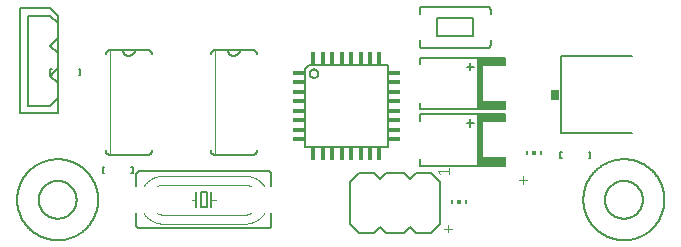
<source format=gto>
G04 EAGLE Gerber RS-274X export*
G75*
%MOMM*%
%FSLAX34Y34*%
%LPD*%
%INTop Silkscreen*%
%IPPOS*%
%AMOC8*
5,1,8,0,0,1.08239X$1,22.5*%
G01*
%ADD10C,0.203200*%
%ADD11C,0.177800*%
%ADD12R,0.476300X4.365600*%
%ADD13R,2.063800X0.793700*%
%ADD14R,2.063800X0.793600*%
%ADD15C,0.200000*%
%ADD16C,0.152400*%
%ADD17R,0.990600X0.457200*%
%ADD18R,0.457200X0.990600*%
%ADD19R,0.762000X0.863600*%
%ADD20C,0.050800*%
%ADD21C,0.127000*%
%ADD22C,0.076200*%
%ADD23R,0.150000X0.300000*%
%ADD24R,0.300000X0.300000*%


D10*
X342005Y111400D02*
X413745Y111400D01*
X413745Y155300D02*
X342005Y155300D01*
X413745Y117200D02*
X413745Y111400D01*
X342005Y111400D02*
X342005Y117200D01*
X413745Y149500D02*
X413745Y155300D01*
X342005Y155300D02*
X342005Y149500D01*
D11*
X381175Y147637D02*
X387525Y147637D01*
D10*
X384350Y150812D02*
X384350Y144462D01*
D12*
X392907Y132953D03*
D13*
X404019Y151607D03*
D14*
X404019Y115093D03*
D10*
X413745Y63775D02*
X342005Y63775D01*
X342005Y107675D02*
X413745Y107675D01*
X413745Y69575D02*
X413745Y63775D01*
X342005Y63775D02*
X342005Y69575D01*
X413745Y101875D02*
X413745Y107675D01*
X342005Y107675D02*
X342005Y101875D01*
D11*
X381175Y100012D02*
X387525Y100012D01*
D10*
X384350Y103187D02*
X384350Y96837D01*
D12*
X392907Y85328D03*
D13*
X404019Y103982D03*
D14*
X404019Y67468D03*
D15*
X314450Y79250D02*
X314450Y149350D01*
X314450Y79250D02*
X244350Y79250D01*
X244350Y145800D01*
X247900Y149350D02*
X314450Y149350D01*
X247900Y149350D02*
X244350Y145800D01*
D16*
X248376Y141732D02*
X248378Y141851D01*
X248384Y141971D01*
X248394Y142090D01*
X248408Y142208D01*
X248426Y142326D01*
X248447Y142444D01*
X248473Y142560D01*
X248502Y142676D01*
X248536Y142791D01*
X248573Y142904D01*
X248614Y143016D01*
X248658Y143127D01*
X248706Y143237D01*
X248758Y143344D01*
X248813Y143450D01*
X248872Y143554D01*
X248935Y143656D01*
X249000Y143755D01*
X249069Y143853D01*
X249141Y143948D01*
X249216Y144041D01*
X249295Y144131D01*
X249376Y144219D01*
X249460Y144303D01*
X249547Y144385D01*
X249636Y144464D01*
X249728Y144540D01*
X249823Y144613D01*
X249920Y144683D01*
X250019Y144749D01*
X250121Y144812D01*
X250224Y144872D01*
X250329Y144928D01*
X250436Y144981D01*
X250545Y145030D01*
X250656Y145076D01*
X250768Y145117D01*
X250881Y145155D01*
X250995Y145190D01*
X251111Y145220D01*
X251227Y145247D01*
X251344Y145269D01*
X251462Y145288D01*
X251581Y145303D01*
X251700Y145314D01*
X251819Y145321D01*
X251938Y145324D01*
X252058Y145323D01*
X252177Y145318D01*
X252296Y145309D01*
X252415Y145296D01*
X252533Y145279D01*
X252650Y145259D01*
X252767Y145234D01*
X252883Y145205D01*
X252998Y145173D01*
X253112Y145137D01*
X253225Y145097D01*
X253336Y145053D01*
X253445Y145006D01*
X253553Y144955D01*
X253660Y144901D01*
X253764Y144843D01*
X253866Y144781D01*
X253967Y144717D01*
X254065Y144648D01*
X254161Y144577D01*
X254254Y144503D01*
X254345Y144425D01*
X254433Y144345D01*
X254518Y144261D01*
X254601Y144175D01*
X254681Y144086D01*
X254758Y143995D01*
X254831Y143901D01*
X254902Y143804D01*
X254969Y143706D01*
X255033Y143605D01*
X255094Y143502D01*
X255151Y143397D01*
X255204Y143291D01*
X255254Y143182D01*
X255301Y143072D01*
X255343Y142961D01*
X255382Y142848D01*
X255418Y142734D01*
X255449Y142618D01*
X255476Y142502D01*
X255500Y142385D01*
X255520Y142267D01*
X255536Y142149D01*
X255548Y142030D01*
X255556Y141911D01*
X255560Y141792D01*
X255560Y141672D01*
X255556Y141553D01*
X255548Y141434D01*
X255536Y141315D01*
X255520Y141197D01*
X255500Y141079D01*
X255476Y140962D01*
X255449Y140846D01*
X255418Y140730D01*
X255382Y140616D01*
X255343Y140503D01*
X255301Y140392D01*
X255254Y140282D01*
X255204Y140173D01*
X255151Y140067D01*
X255094Y139962D01*
X255033Y139859D01*
X254969Y139758D01*
X254902Y139660D01*
X254831Y139563D01*
X254758Y139469D01*
X254681Y139378D01*
X254601Y139289D01*
X254518Y139203D01*
X254433Y139119D01*
X254345Y139039D01*
X254254Y138961D01*
X254161Y138887D01*
X254065Y138816D01*
X253967Y138747D01*
X253866Y138683D01*
X253764Y138621D01*
X253660Y138563D01*
X253553Y138509D01*
X253445Y138458D01*
X253336Y138411D01*
X253225Y138367D01*
X253112Y138327D01*
X252998Y138291D01*
X252883Y138259D01*
X252767Y138230D01*
X252650Y138205D01*
X252533Y138185D01*
X252415Y138168D01*
X252296Y138155D01*
X252177Y138146D01*
X252058Y138141D01*
X251938Y138140D01*
X251819Y138143D01*
X251700Y138150D01*
X251581Y138161D01*
X251462Y138176D01*
X251344Y138195D01*
X251227Y138217D01*
X251111Y138244D01*
X250995Y138274D01*
X250881Y138309D01*
X250768Y138347D01*
X250656Y138388D01*
X250545Y138434D01*
X250436Y138483D01*
X250329Y138536D01*
X250224Y138592D01*
X250121Y138652D01*
X250019Y138715D01*
X249920Y138781D01*
X249823Y138851D01*
X249728Y138924D01*
X249636Y139000D01*
X249547Y139079D01*
X249460Y139161D01*
X249376Y139245D01*
X249295Y139333D01*
X249216Y139423D01*
X249141Y139516D01*
X249069Y139611D01*
X249000Y139709D01*
X248935Y139808D01*
X248872Y139910D01*
X248813Y140014D01*
X248758Y140120D01*
X248706Y140227D01*
X248658Y140337D01*
X248614Y140448D01*
X248573Y140560D01*
X248536Y140673D01*
X248502Y140788D01*
X248473Y140904D01*
X248447Y141020D01*
X248426Y141138D01*
X248408Y141256D01*
X248394Y141374D01*
X248384Y141493D01*
X248378Y141613D01*
X248376Y141732D01*
D17*
X238887Y142300D03*
X238887Y134300D03*
X238887Y126300D03*
X238887Y118300D03*
X238887Y110300D03*
X238887Y102300D03*
X238887Y94300D03*
X238887Y86300D03*
D18*
X251400Y73787D03*
X259400Y73787D03*
X267400Y73787D03*
X275400Y73787D03*
X283400Y73787D03*
X291400Y73787D03*
X299400Y73787D03*
X307400Y73787D03*
D17*
X319913Y86300D03*
X319913Y94300D03*
X319913Y102300D03*
X319913Y110300D03*
X319913Y118300D03*
X319913Y126300D03*
X319913Y134300D03*
X319913Y142300D03*
D18*
X307400Y154813D03*
X299400Y154813D03*
X291400Y154813D03*
X283400Y154813D03*
X275400Y154813D03*
X267400Y154813D03*
X259400Y154813D03*
X251400Y154813D03*
D10*
X461010Y91055D02*
X520954Y91059D01*
X461010Y91055D02*
X461010Y156595D01*
X520954Y156591D01*
D19*
X456184Y123825D03*
D16*
X79502Y73025D02*
X79380Y73027D01*
X79258Y73033D01*
X79136Y73043D01*
X79015Y73056D01*
X78894Y73074D01*
X78774Y73095D01*
X78654Y73121D01*
X78536Y73150D01*
X78418Y73182D01*
X78301Y73219D01*
X78186Y73259D01*
X78072Y73303D01*
X77960Y73351D01*
X77849Y73402D01*
X77740Y73457D01*
X77632Y73515D01*
X77527Y73577D01*
X77424Y73642D01*
X77322Y73710D01*
X77223Y73782D01*
X77127Y73856D01*
X77032Y73934D01*
X76941Y74015D01*
X76851Y74098D01*
X76765Y74184D01*
X76682Y74274D01*
X76601Y74365D01*
X76523Y74460D01*
X76449Y74556D01*
X76377Y74655D01*
X76309Y74757D01*
X76244Y74860D01*
X76182Y74965D01*
X76124Y75073D01*
X76069Y75182D01*
X76018Y75293D01*
X75970Y75405D01*
X75926Y75519D01*
X75886Y75634D01*
X75849Y75751D01*
X75817Y75869D01*
X75788Y75987D01*
X75762Y76107D01*
X75741Y76227D01*
X75723Y76348D01*
X75710Y76469D01*
X75700Y76591D01*
X75694Y76713D01*
X75692Y76835D01*
X114808Y158115D02*
X114806Y158237D01*
X114800Y158359D01*
X114790Y158481D01*
X114777Y158602D01*
X114759Y158723D01*
X114738Y158843D01*
X114712Y158963D01*
X114683Y159081D01*
X114651Y159199D01*
X114614Y159316D01*
X114574Y159431D01*
X114530Y159545D01*
X114482Y159657D01*
X114431Y159768D01*
X114376Y159877D01*
X114318Y159985D01*
X114256Y160090D01*
X114191Y160193D01*
X114123Y160295D01*
X114051Y160394D01*
X113977Y160490D01*
X113899Y160585D01*
X113818Y160676D01*
X113735Y160766D01*
X113649Y160852D01*
X113559Y160935D01*
X113468Y161016D01*
X113373Y161094D01*
X113277Y161168D01*
X113178Y161240D01*
X113076Y161308D01*
X112973Y161373D01*
X112868Y161435D01*
X112760Y161493D01*
X112651Y161548D01*
X112540Y161599D01*
X112428Y161647D01*
X112314Y161691D01*
X112199Y161731D01*
X112082Y161768D01*
X111964Y161800D01*
X111846Y161829D01*
X111726Y161855D01*
X111606Y161876D01*
X111485Y161894D01*
X111364Y161907D01*
X111242Y161917D01*
X111120Y161923D01*
X110998Y161925D01*
X114808Y76835D02*
X114806Y76713D01*
X114800Y76591D01*
X114790Y76469D01*
X114777Y76348D01*
X114759Y76227D01*
X114738Y76107D01*
X114712Y75987D01*
X114683Y75869D01*
X114651Y75751D01*
X114614Y75634D01*
X114574Y75519D01*
X114530Y75405D01*
X114482Y75293D01*
X114431Y75182D01*
X114376Y75073D01*
X114318Y74965D01*
X114256Y74860D01*
X114191Y74757D01*
X114123Y74655D01*
X114051Y74556D01*
X113977Y74460D01*
X113899Y74365D01*
X113818Y74274D01*
X113735Y74184D01*
X113649Y74098D01*
X113559Y74015D01*
X113468Y73934D01*
X113373Y73856D01*
X113277Y73782D01*
X113178Y73710D01*
X113076Y73642D01*
X112973Y73577D01*
X112868Y73515D01*
X112760Y73457D01*
X112651Y73402D01*
X112540Y73351D01*
X112428Y73303D01*
X112314Y73259D01*
X112199Y73219D01*
X112082Y73182D01*
X111964Y73150D01*
X111846Y73121D01*
X111726Y73095D01*
X111606Y73074D01*
X111485Y73056D01*
X111364Y73043D01*
X111242Y73033D01*
X111120Y73027D01*
X110998Y73025D01*
X75692Y158115D02*
X75694Y158237D01*
X75700Y158359D01*
X75710Y158481D01*
X75723Y158602D01*
X75741Y158723D01*
X75762Y158843D01*
X75788Y158963D01*
X75817Y159081D01*
X75849Y159199D01*
X75886Y159316D01*
X75926Y159431D01*
X75970Y159545D01*
X76018Y159657D01*
X76069Y159768D01*
X76124Y159877D01*
X76182Y159985D01*
X76244Y160090D01*
X76309Y160193D01*
X76377Y160295D01*
X76449Y160394D01*
X76523Y160490D01*
X76601Y160585D01*
X76682Y160676D01*
X76765Y160766D01*
X76851Y160852D01*
X76941Y160935D01*
X77032Y161016D01*
X77127Y161094D01*
X77223Y161168D01*
X77322Y161240D01*
X77424Y161308D01*
X77527Y161373D01*
X77632Y161435D01*
X77740Y161493D01*
X77849Y161548D01*
X77960Y161599D01*
X78072Y161647D01*
X78186Y161691D01*
X78301Y161731D01*
X78418Y161768D01*
X78536Y161800D01*
X78654Y161829D01*
X78774Y161855D01*
X78894Y161876D01*
X79015Y161894D01*
X79136Y161907D01*
X79258Y161917D01*
X79380Y161923D01*
X79502Y161925D01*
X79502Y73025D02*
X110998Y73025D01*
X110998Y161925D02*
X100330Y161925D01*
X90170Y161925D01*
X79502Y161925D01*
X90170Y161925D02*
X90172Y161784D01*
X90178Y161643D01*
X90188Y161502D01*
X90201Y161361D01*
X90219Y161221D01*
X90241Y161082D01*
X90266Y160943D01*
X90295Y160804D01*
X90328Y160667D01*
X90365Y160531D01*
X90406Y160396D01*
X90450Y160261D01*
X90498Y160129D01*
X90550Y159997D01*
X90605Y159867D01*
X90664Y159739D01*
X90727Y159612D01*
X90793Y159488D01*
X90862Y159365D01*
X90935Y159244D01*
X91011Y159125D01*
X91091Y159008D01*
X91174Y158894D01*
X91259Y158781D01*
X91348Y158672D01*
X91440Y158564D01*
X91535Y158460D01*
X91633Y158358D01*
X91734Y158259D01*
X91837Y158162D01*
X91943Y158069D01*
X92051Y157979D01*
X92162Y157891D01*
X92275Y157807D01*
X92391Y157726D01*
X92509Y157648D01*
X92629Y157573D01*
X92751Y157502D01*
X92875Y157434D01*
X93001Y157370D01*
X93128Y157309D01*
X93257Y157252D01*
X93388Y157199D01*
X93520Y157149D01*
X93653Y157102D01*
X93788Y157060D01*
X93924Y157021D01*
X94061Y156986D01*
X94198Y156955D01*
X94337Y156928D01*
X94476Y156904D01*
X94616Y156885D01*
X94756Y156869D01*
X94897Y156857D01*
X95038Y156849D01*
X95179Y156845D01*
X95321Y156845D01*
X95462Y156849D01*
X95603Y156857D01*
X95744Y156869D01*
X95884Y156885D01*
X96024Y156904D01*
X96163Y156928D01*
X96302Y156955D01*
X96439Y156986D01*
X96576Y157021D01*
X96712Y157060D01*
X96847Y157102D01*
X96980Y157149D01*
X97112Y157199D01*
X97243Y157252D01*
X97372Y157309D01*
X97499Y157370D01*
X97625Y157434D01*
X97749Y157502D01*
X97871Y157573D01*
X97991Y157648D01*
X98109Y157726D01*
X98225Y157807D01*
X98338Y157891D01*
X98449Y157979D01*
X98557Y158069D01*
X98663Y158162D01*
X98766Y158259D01*
X98867Y158358D01*
X98965Y158460D01*
X99060Y158564D01*
X99152Y158672D01*
X99241Y158781D01*
X99326Y158894D01*
X99409Y159008D01*
X99489Y159125D01*
X99565Y159244D01*
X99638Y159365D01*
X99707Y159488D01*
X99773Y159612D01*
X99836Y159739D01*
X99895Y159867D01*
X99950Y159997D01*
X100002Y160129D01*
X100050Y160261D01*
X100094Y160396D01*
X100135Y160531D01*
X100172Y160667D01*
X100205Y160804D01*
X100234Y160943D01*
X100259Y161082D01*
X100281Y161221D01*
X100299Y161361D01*
X100312Y161502D01*
X100322Y161643D01*
X100328Y161784D01*
X100330Y161925D01*
D20*
X79248Y161925D02*
X79248Y73025D01*
D16*
X164592Y76835D02*
X164594Y76713D01*
X164600Y76591D01*
X164610Y76469D01*
X164623Y76348D01*
X164641Y76227D01*
X164662Y76107D01*
X164688Y75987D01*
X164717Y75869D01*
X164749Y75751D01*
X164786Y75634D01*
X164826Y75519D01*
X164870Y75405D01*
X164918Y75293D01*
X164969Y75182D01*
X165024Y75073D01*
X165082Y74965D01*
X165144Y74860D01*
X165209Y74757D01*
X165277Y74655D01*
X165349Y74556D01*
X165423Y74460D01*
X165501Y74365D01*
X165582Y74274D01*
X165665Y74184D01*
X165751Y74098D01*
X165841Y74015D01*
X165932Y73934D01*
X166027Y73856D01*
X166123Y73782D01*
X166222Y73710D01*
X166324Y73642D01*
X166427Y73577D01*
X166532Y73515D01*
X166640Y73457D01*
X166749Y73402D01*
X166860Y73351D01*
X166972Y73303D01*
X167086Y73259D01*
X167201Y73219D01*
X167318Y73182D01*
X167436Y73150D01*
X167554Y73121D01*
X167674Y73095D01*
X167794Y73074D01*
X167915Y73056D01*
X168036Y73043D01*
X168158Y73033D01*
X168280Y73027D01*
X168402Y73025D01*
X203708Y158115D02*
X203706Y158237D01*
X203700Y158359D01*
X203690Y158481D01*
X203677Y158602D01*
X203659Y158723D01*
X203638Y158843D01*
X203612Y158963D01*
X203583Y159081D01*
X203551Y159199D01*
X203514Y159316D01*
X203474Y159431D01*
X203430Y159545D01*
X203382Y159657D01*
X203331Y159768D01*
X203276Y159877D01*
X203218Y159985D01*
X203156Y160090D01*
X203091Y160193D01*
X203023Y160295D01*
X202951Y160394D01*
X202877Y160490D01*
X202799Y160585D01*
X202718Y160676D01*
X202635Y160766D01*
X202549Y160852D01*
X202459Y160935D01*
X202368Y161016D01*
X202273Y161094D01*
X202177Y161168D01*
X202078Y161240D01*
X201976Y161308D01*
X201873Y161373D01*
X201768Y161435D01*
X201660Y161493D01*
X201551Y161548D01*
X201440Y161599D01*
X201328Y161647D01*
X201214Y161691D01*
X201099Y161731D01*
X200982Y161768D01*
X200864Y161800D01*
X200746Y161829D01*
X200626Y161855D01*
X200506Y161876D01*
X200385Y161894D01*
X200264Y161907D01*
X200142Y161917D01*
X200020Y161923D01*
X199898Y161925D01*
X203708Y76835D02*
X203706Y76713D01*
X203700Y76591D01*
X203690Y76469D01*
X203677Y76348D01*
X203659Y76227D01*
X203638Y76107D01*
X203612Y75987D01*
X203583Y75869D01*
X203551Y75751D01*
X203514Y75634D01*
X203474Y75519D01*
X203430Y75405D01*
X203382Y75293D01*
X203331Y75182D01*
X203276Y75073D01*
X203218Y74965D01*
X203156Y74860D01*
X203091Y74757D01*
X203023Y74655D01*
X202951Y74556D01*
X202877Y74460D01*
X202799Y74365D01*
X202718Y74274D01*
X202635Y74184D01*
X202549Y74098D01*
X202459Y74015D01*
X202368Y73934D01*
X202273Y73856D01*
X202177Y73782D01*
X202078Y73710D01*
X201976Y73642D01*
X201873Y73577D01*
X201768Y73515D01*
X201660Y73457D01*
X201551Y73402D01*
X201440Y73351D01*
X201328Y73303D01*
X201214Y73259D01*
X201099Y73219D01*
X200982Y73182D01*
X200864Y73150D01*
X200746Y73121D01*
X200626Y73095D01*
X200506Y73074D01*
X200385Y73056D01*
X200264Y73043D01*
X200142Y73033D01*
X200020Y73027D01*
X199898Y73025D01*
X164592Y158115D02*
X164594Y158237D01*
X164600Y158359D01*
X164610Y158481D01*
X164623Y158602D01*
X164641Y158723D01*
X164662Y158843D01*
X164688Y158963D01*
X164717Y159081D01*
X164749Y159199D01*
X164786Y159316D01*
X164826Y159431D01*
X164870Y159545D01*
X164918Y159657D01*
X164969Y159768D01*
X165024Y159877D01*
X165082Y159985D01*
X165144Y160090D01*
X165209Y160193D01*
X165277Y160295D01*
X165349Y160394D01*
X165423Y160490D01*
X165501Y160585D01*
X165582Y160676D01*
X165665Y160766D01*
X165751Y160852D01*
X165841Y160935D01*
X165932Y161016D01*
X166027Y161094D01*
X166123Y161168D01*
X166222Y161240D01*
X166324Y161308D01*
X166427Y161373D01*
X166532Y161435D01*
X166640Y161493D01*
X166749Y161548D01*
X166860Y161599D01*
X166972Y161647D01*
X167086Y161691D01*
X167201Y161731D01*
X167318Y161768D01*
X167436Y161800D01*
X167554Y161829D01*
X167674Y161855D01*
X167794Y161876D01*
X167915Y161894D01*
X168036Y161907D01*
X168158Y161917D01*
X168280Y161923D01*
X168402Y161925D01*
X168402Y73025D02*
X199898Y73025D01*
X199898Y161925D02*
X189230Y161925D01*
X179070Y161925D01*
X168402Y161925D01*
X179070Y161925D02*
X179072Y161784D01*
X179078Y161643D01*
X179088Y161502D01*
X179101Y161361D01*
X179119Y161221D01*
X179141Y161082D01*
X179166Y160943D01*
X179195Y160804D01*
X179228Y160667D01*
X179265Y160531D01*
X179306Y160396D01*
X179350Y160261D01*
X179398Y160129D01*
X179450Y159997D01*
X179505Y159867D01*
X179564Y159739D01*
X179627Y159612D01*
X179693Y159488D01*
X179762Y159365D01*
X179835Y159244D01*
X179911Y159125D01*
X179991Y159008D01*
X180074Y158894D01*
X180159Y158781D01*
X180248Y158672D01*
X180340Y158564D01*
X180435Y158460D01*
X180533Y158358D01*
X180634Y158259D01*
X180737Y158162D01*
X180843Y158069D01*
X180951Y157979D01*
X181062Y157891D01*
X181175Y157807D01*
X181291Y157726D01*
X181409Y157648D01*
X181529Y157573D01*
X181651Y157502D01*
X181775Y157434D01*
X181901Y157370D01*
X182028Y157309D01*
X182157Y157252D01*
X182288Y157199D01*
X182420Y157149D01*
X182553Y157102D01*
X182688Y157060D01*
X182824Y157021D01*
X182961Y156986D01*
X183098Y156955D01*
X183237Y156928D01*
X183376Y156904D01*
X183516Y156885D01*
X183656Y156869D01*
X183797Y156857D01*
X183938Y156849D01*
X184079Y156845D01*
X184221Y156845D01*
X184362Y156849D01*
X184503Y156857D01*
X184644Y156869D01*
X184784Y156885D01*
X184924Y156904D01*
X185063Y156928D01*
X185202Y156955D01*
X185339Y156986D01*
X185476Y157021D01*
X185612Y157060D01*
X185747Y157102D01*
X185880Y157149D01*
X186012Y157199D01*
X186143Y157252D01*
X186272Y157309D01*
X186399Y157370D01*
X186525Y157434D01*
X186649Y157502D01*
X186771Y157573D01*
X186891Y157648D01*
X187009Y157726D01*
X187125Y157807D01*
X187238Y157891D01*
X187349Y157979D01*
X187457Y158069D01*
X187563Y158162D01*
X187666Y158259D01*
X187767Y158358D01*
X187865Y158460D01*
X187960Y158564D01*
X188052Y158672D01*
X188141Y158781D01*
X188226Y158894D01*
X188309Y159008D01*
X188389Y159125D01*
X188465Y159244D01*
X188538Y159365D01*
X188607Y159488D01*
X188673Y159612D01*
X188736Y159739D01*
X188795Y159867D01*
X188850Y159997D01*
X188902Y160129D01*
X188950Y160261D01*
X188994Y160396D01*
X189035Y160531D01*
X189072Y160667D01*
X189105Y160804D01*
X189134Y160943D01*
X189159Y161082D01*
X189181Y161221D01*
X189199Y161361D01*
X189212Y161502D01*
X189222Y161643D01*
X189228Y161784D01*
X189230Y161925D01*
D20*
X168148Y161925D02*
X168148Y73025D01*
D21*
X351155Y57150D02*
X358775Y49530D01*
X358775Y13970D01*
X351155Y6350D01*
X338455Y6350D01*
X333375Y11430D01*
X328295Y6350D01*
X313055Y6350D01*
X307975Y11430D01*
X302895Y6350D01*
X290195Y6350D01*
X282575Y13970D01*
X282575Y49530D01*
X290195Y57150D01*
X302895Y57150D01*
X307975Y52070D01*
X313055Y57150D01*
X328295Y57150D01*
X333375Y52070D01*
X338455Y57150D01*
X351155Y57150D01*
D22*
X356616Y59238D02*
X358704Y56628D01*
X356616Y59238D02*
X366014Y59238D01*
X366014Y56628D02*
X366014Y61849D01*
D21*
X28575Y190500D02*
X9525Y190500D01*
X28575Y190500D02*
X34925Y184150D01*
X34925Y171450D01*
X28575Y165100D01*
X34925Y158750D01*
X34925Y146050D01*
X28575Y139700D01*
X34925Y133350D01*
X34925Y120650D01*
X28575Y114300D01*
X9525Y114300D01*
X9525Y190500D01*
X3175Y196850D02*
X3175Y107950D01*
X3175Y196850D02*
X28575Y196850D01*
X34925Y190500D01*
X34925Y107950D01*
X3175Y107950D01*
D22*
X425831Y51661D02*
X432096Y51661D01*
X428964Y54793D02*
X428964Y48528D01*
D23*
X432150Y74525D03*
X444150Y74525D03*
D24*
X438150Y74525D03*
D22*
X368596Y10386D02*
X362331Y10386D01*
X365464Y7253D02*
X365464Y13518D01*
D23*
X368650Y33250D03*
X380650Y33250D03*
D24*
X374650Y33250D03*
D20*
X209841Y23495D02*
X209558Y23090D01*
X209265Y22691D01*
X208962Y22300D01*
X208650Y21916D01*
X208329Y21540D01*
X207999Y21172D01*
X207660Y20812D01*
X207312Y20461D01*
X206956Y20118D01*
X206592Y19783D01*
X206219Y19458D01*
X205839Y19142D01*
X205451Y18835D01*
X205056Y18538D01*
X204654Y18250D01*
X204244Y17973D01*
X203829Y17705D01*
X203406Y17448D01*
X202978Y17201D01*
X202544Y16964D01*
X202104Y16738D01*
X201659Y16523D01*
X201209Y16318D01*
X200753Y16125D01*
X200294Y15943D01*
X199830Y15772D01*
X199362Y15613D01*
X198890Y15464D01*
X198415Y15328D01*
X197936Y15203D01*
X197455Y15090D01*
X196971Y14988D01*
X196485Y14898D01*
X195996Y14820D01*
X195506Y14754D01*
X195015Y14700D01*
X194522Y14658D01*
X194028Y14628D01*
X193534Y14610D01*
X193040Y14604D01*
D16*
X215900Y13335D02*
X215900Y23495D01*
D20*
X124460Y14605D02*
X123966Y14611D01*
X123472Y14629D01*
X122978Y14659D01*
X122486Y14701D01*
X121994Y14755D01*
X121504Y14821D01*
X121016Y14899D01*
X120529Y14989D01*
X120046Y15090D01*
X119564Y15204D01*
X119086Y15329D01*
X118611Y15465D01*
X118139Y15613D01*
X117671Y15773D01*
X117207Y15944D01*
X116747Y16126D01*
X116292Y16319D01*
X115841Y16523D01*
X115396Y16738D01*
X114956Y16964D01*
X114522Y17201D01*
X114094Y17448D01*
X113672Y17705D01*
X113256Y17973D01*
X112847Y18251D01*
X112444Y18538D01*
X112049Y18835D01*
X111661Y19142D01*
X111281Y19458D01*
X110909Y19784D01*
X110544Y20118D01*
X110188Y20461D01*
X109840Y20812D01*
X109501Y21172D01*
X109171Y21540D01*
X108850Y21916D01*
X108538Y22300D01*
X108235Y22691D01*
X107943Y23090D01*
X107659Y23495D01*
D16*
X101600Y23495D02*
X101600Y13335D01*
D20*
X124460Y47625D02*
X193040Y47625D01*
X193040Y55245D02*
X124460Y55245D01*
X124460Y22225D02*
X193040Y22225D01*
D16*
X213360Y59055D02*
X104140Y59055D01*
X104040Y59053D01*
X103941Y59047D01*
X103841Y59037D01*
X103743Y59024D01*
X103644Y59006D01*
X103547Y58985D01*
X103451Y58960D01*
X103355Y58931D01*
X103261Y58898D01*
X103168Y58862D01*
X103077Y58822D01*
X102987Y58778D01*
X102899Y58731D01*
X102813Y58681D01*
X102729Y58627D01*
X102647Y58570D01*
X102568Y58510D01*
X102490Y58446D01*
X102416Y58380D01*
X102344Y58311D01*
X102275Y58239D01*
X102209Y58165D01*
X102145Y58087D01*
X102085Y58008D01*
X102028Y57926D01*
X101974Y57842D01*
X101924Y57756D01*
X101877Y57668D01*
X101833Y57578D01*
X101793Y57487D01*
X101757Y57394D01*
X101724Y57300D01*
X101695Y57204D01*
X101670Y57108D01*
X101649Y57011D01*
X101631Y56912D01*
X101618Y56814D01*
X101608Y56714D01*
X101602Y56615D01*
X101600Y56515D01*
X101600Y46355D01*
D20*
X118924Y46355D02*
X119197Y46483D01*
X119473Y46605D01*
X119752Y46720D01*
X120033Y46828D01*
X120317Y46930D01*
X120603Y47025D01*
X120891Y47113D01*
X121181Y47195D01*
X121474Y47269D01*
X121767Y47336D01*
X122063Y47397D01*
X122359Y47450D01*
X122657Y47496D01*
X122956Y47536D01*
X123256Y47568D01*
X123557Y47593D01*
X123857Y47611D01*
X124159Y47621D01*
X124460Y47625D01*
X118924Y23495D02*
X119197Y23367D01*
X119473Y23245D01*
X119752Y23130D01*
X120033Y23022D01*
X120317Y22920D01*
X120603Y22825D01*
X120891Y22737D01*
X121181Y22655D01*
X121474Y22581D01*
X121767Y22514D01*
X122063Y22453D01*
X122359Y22400D01*
X122657Y22354D01*
X122956Y22314D01*
X123256Y22282D01*
X123557Y22257D01*
X123857Y22239D01*
X124159Y22229D01*
X124460Y22225D01*
X107660Y46354D02*
X107943Y46759D01*
X108236Y47158D01*
X108538Y47549D01*
X108850Y47933D01*
X109171Y48309D01*
X109501Y48677D01*
X109840Y49037D01*
X110188Y49388D01*
X110544Y49731D01*
X110909Y50066D01*
X111281Y50391D01*
X111661Y50707D01*
X112049Y51014D01*
X112444Y51311D01*
X112847Y51599D01*
X113256Y51876D01*
X113671Y52144D01*
X114094Y52401D01*
X114522Y52648D01*
X114956Y52885D01*
X115396Y53111D01*
X115841Y53326D01*
X116291Y53530D01*
X116747Y53724D01*
X117206Y53906D01*
X117670Y54077D01*
X118138Y54236D01*
X118610Y54384D01*
X119085Y54521D01*
X119564Y54646D01*
X120045Y54759D01*
X120529Y54861D01*
X121015Y54951D01*
X121503Y55029D01*
X121993Y55095D01*
X122485Y55149D01*
X122978Y55191D01*
X123471Y55221D01*
X123965Y55239D01*
X124460Y55245D01*
X193040Y55245D02*
X193534Y55239D01*
X194028Y55221D01*
X194522Y55191D01*
X195014Y55149D01*
X195506Y55095D01*
X195996Y55029D01*
X196484Y54951D01*
X196971Y54861D01*
X197454Y54760D01*
X197936Y54646D01*
X198414Y54521D01*
X198889Y54385D01*
X199361Y54237D01*
X199829Y54077D01*
X200293Y53906D01*
X200753Y53724D01*
X201208Y53531D01*
X201659Y53327D01*
X202104Y53112D01*
X202544Y52886D01*
X202978Y52649D01*
X203406Y52402D01*
X203828Y52145D01*
X204244Y51877D01*
X204653Y51599D01*
X205056Y51312D01*
X205451Y51015D01*
X205839Y50708D01*
X206219Y50392D01*
X206591Y50066D01*
X206956Y49732D01*
X207312Y49389D01*
X207660Y49038D01*
X207999Y48678D01*
X208329Y48310D01*
X208650Y47934D01*
X208962Y47550D01*
X209265Y47159D01*
X209557Y46760D01*
X209841Y46355D01*
X198576Y46355D02*
X198303Y46483D01*
X198027Y46605D01*
X197748Y46720D01*
X197467Y46828D01*
X197183Y46930D01*
X196897Y47025D01*
X196609Y47113D01*
X196319Y47195D01*
X196026Y47269D01*
X195733Y47336D01*
X195437Y47397D01*
X195141Y47450D01*
X194843Y47496D01*
X194544Y47536D01*
X194244Y47568D01*
X193943Y47593D01*
X193643Y47611D01*
X193341Y47621D01*
X193040Y47625D01*
X198576Y23495D02*
X198303Y23367D01*
X198027Y23245D01*
X197748Y23130D01*
X197467Y23022D01*
X197183Y22920D01*
X196897Y22825D01*
X196609Y22737D01*
X196319Y22655D01*
X196026Y22581D01*
X195733Y22514D01*
X195437Y22453D01*
X195141Y22400D01*
X194843Y22354D01*
X194544Y22314D01*
X194244Y22282D01*
X193943Y22257D01*
X193643Y22239D01*
X193341Y22229D01*
X193040Y22225D01*
D16*
X215900Y46355D02*
X215900Y56515D01*
X215898Y56615D01*
X215892Y56714D01*
X215882Y56814D01*
X215869Y56912D01*
X215851Y57011D01*
X215830Y57108D01*
X215805Y57204D01*
X215776Y57300D01*
X215743Y57394D01*
X215707Y57487D01*
X215667Y57578D01*
X215623Y57668D01*
X215576Y57756D01*
X215526Y57842D01*
X215472Y57926D01*
X215415Y58008D01*
X215355Y58087D01*
X215291Y58165D01*
X215225Y58239D01*
X215156Y58311D01*
X215084Y58380D01*
X215010Y58446D01*
X214932Y58510D01*
X214853Y58570D01*
X214771Y58627D01*
X214687Y58681D01*
X214601Y58731D01*
X214513Y58778D01*
X214423Y58822D01*
X214332Y58862D01*
X214239Y58898D01*
X214145Y58931D01*
X214049Y58960D01*
X213953Y58985D01*
X213856Y59006D01*
X213757Y59024D01*
X213659Y59037D01*
X213559Y59047D01*
X213460Y59053D01*
X213360Y59055D01*
D20*
X193040Y14605D02*
X124460Y14605D01*
D16*
X104140Y10795D02*
X213360Y10795D01*
X104140Y10795D02*
X104040Y10797D01*
X103941Y10803D01*
X103841Y10813D01*
X103743Y10826D01*
X103644Y10844D01*
X103547Y10865D01*
X103451Y10890D01*
X103355Y10919D01*
X103261Y10952D01*
X103168Y10988D01*
X103077Y11028D01*
X102987Y11072D01*
X102899Y11119D01*
X102813Y11169D01*
X102729Y11223D01*
X102647Y11280D01*
X102568Y11340D01*
X102490Y11404D01*
X102416Y11470D01*
X102344Y11539D01*
X102275Y11611D01*
X102209Y11685D01*
X102145Y11763D01*
X102085Y11842D01*
X102028Y11924D01*
X101974Y12008D01*
X101924Y12094D01*
X101877Y12182D01*
X101833Y12272D01*
X101793Y12363D01*
X101757Y12456D01*
X101724Y12550D01*
X101695Y12646D01*
X101670Y12742D01*
X101649Y12839D01*
X101631Y12938D01*
X101618Y13036D01*
X101608Y13136D01*
X101602Y13235D01*
X101600Y13335D01*
X213360Y10795D02*
X213460Y10797D01*
X213559Y10803D01*
X213659Y10813D01*
X213757Y10826D01*
X213856Y10844D01*
X213953Y10865D01*
X214049Y10890D01*
X214145Y10919D01*
X214239Y10952D01*
X214332Y10988D01*
X214423Y11028D01*
X214513Y11072D01*
X214601Y11119D01*
X214687Y11169D01*
X214771Y11223D01*
X214853Y11280D01*
X214932Y11340D01*
X215010Y11404D01*
X215084Y11470D01*
X215156Y11539D01*
X215225Y11611D01*
X215291Y11685D01*
X215355Y11763D01*
X215415Y11842D01*
X215472Y11924D01*
X215526Y12008D01*
X215576Y12094D01*
X215623Y12182D01*
X215667Y12272D01*
X215707Y12363D01*
X215743Y12456D01*
X215776Y12550D01*
X215805Y12646D01*
X215830Y12742D01*
X215851Y12839D01*
X215869Y12938D01*
X215882Y13036D01*
X215892Y13136D01*
X215898Y13235D01*
X215900Y13335D01*
X161290Y28575D02*
X161290Y41275D01*
X156210Y41275D01*
X156210Y28575D01*
X161290Y28575D01*
X165100Y28575D02*
X165100Y34925D01*
X165100Y41275D01*
D20*
X165100Y34925D02*
X168910Y34925D01*
D16*
X152400Y34925D02*
X152400Y28575D01*
X152400Y34925D02*
X152400Y41275D01*
D20*
X152400Y34925D02*
X148590Y34925D01*
D10*
X398975Y163475D02*
X399073Y163477D01*
X399171Y163483D01*
X399269Y163492D01*
X399366Y163506D01*
X399463Y163523D01*
X399559Y163544D01*
X399654Y163569D01*
X399748Y163597D01*
X399840Y163630D01*
X399932Y163665D01*
X400022Y163705D01*
X400110Y163747D01*
X400197Y163794D01*
X400281Y163843D01*
X400364Y163896D01*
X400444Y163952D01*
X400523Y164012D01*
X400599Y164074D01*
X400672Y164139D01*
X400743Y164207D01*
X400811Y164278D01*
X400876Y164351D01*
X400938Y164427D01*
X400998Y164506D01*
X401054Y164586D01*
X401107Y164669D01*
X401156Y164753D01*
X401203Y164840D01*
X401245Y164928D01*
X401285Y165018D01*
X401320Y165110D01*
X401353Y165202D01*
X401381Y165296D01*
X401406Y165391D01*
X401427Y165487D01*
X401444Y165584D01*
X401458Y165681D01*
X401467Y165779D01*
X401473Y165877D01*
X401475Y165975D01*
X398975Y163475D02*
X343975Y163475D01*
X343877Y163477D01*
X343779Y163483D01*
X343681Y163492D01*
X343584Y163506D01*
X343487Y163523D01*
X343391Y163544D01*
X343296Y163569D01*
X343202Y163597D01*
X343110Y163630D01*
X343018Y163665D01*
X342928Y163705D01*
X342840Y163747D01*
X342753Y163794D01*
X342669Y163843D01*
X342586Y163896D01*
X342506Y163952D01*
X342427Y164012D01*
X342351Y164074D01*
X342278Y164139D01*
X342207Y164207D01*
X342139Y164278D01*
X342074Y164351D01*
X342012Y164427D01*
X341952Y164506D01*
X341896Y164586D01*
X341843Y164669D01*
X341794Y164753D01*
X341747Y164840D01*
X341705Y164928D01*
X341665Y165018D01*
X341630Y165110D01*
X341597Y165202D01*
X341569Y165296D01*
X341544Y165391D01*
X341523Y165487D01*
X341506Y165584D01*
X341492Y165681D01*
X341483Y165779D01*
X341477Y165877D01*
X341475Y165975D01*
X341475Y195975D02*
X341477Y196073D01*
X341483Y196171D01*
X341492Y196269D01*
X341506Y196366D01*
X341523Y196463D01*
X341544Y196559D01*
X341569Y196654D01*
X341597Y196748D01*
X341630Y196840D01*
X341665Y196932D01*
X341705Y197022D01*
X341747Y197110D01*
X341794Y197197D01*
X341843Y197281D01*
X341896Y197364D01*
X341952Y197444D01*
X342012Y197523D01*
X342074Y197599D01*
X342139Y197672D01*
X342207Y197743D01*
X342278Y197811D01*
X342351Y197876D01*
X342427Y197938D01*
X342506Y197998D01*
X342586Y198054D01*
X342669Y198107D01*
X342753Y198156D01*
X342840Y198203D01*
X342928Y198245D01*
X343018Y198285D01*
X343110Y198320D01*
X343202Y198353D01*
X343296Y198381D01*
X343391Y198406D01*
X343487Y198427D01*
X343584Y198444D01*
X343681Y198458D01*
X343779Y198467D01*
X343877Y198473D01*
X343975Y198475D01*
X398975Y198475D01*
X399073Y198473D01*
X399171Y198467D01*
X399269Y198458D01*
X399366Y198444D01*
X399463Y198427D01*
X399559Y198406D01*
X399654Y198381D01*
X399748Y198353D01*
X399840Y198320D01*
X399932Y198285D01*
X400022Y198245D01*
X400110Y198203D01*
X400197Y198156D01*
X400281Y198107D01*
X400364Y198054D01*
X400444Y197998D01*
X400523Y197938D01*
X400599Y197876D01*
X400672Y197811D01*
X400743Y197743D01*
X400811Y197672D01*
X400876Y197599D01*
X400938Y197523D01*
X400998Y197444D01*
X401054Y197364D01*
X401107Y197281D01*
X401156Y197197D01*
X401203Y197110D01*
X401245Y197022D01*
X401285Y196932D01*
X401320Y196840D01*
X401353Y196748D01*
X401381Y196654D01*
X401406Y196559D01*
X401427Y196463D01*
X401444Y196366D01*
X401458Y196269D01*
X401467Y196171D01*
X401473Y196073D01*
X401475Y195975D01*
X401475Y191975D01*
X401475Y169975D02*
X401475Y165975D01*
X341475Y165975D02*
X341475Y169975D01*
X341475Y191975D02*
X341475Y195975D01*
X356475Y173475D02*
X386475Y173475D01*
X386475Y188475D02*
X356475Y188475D01*
X386475Y188475D02*
X386475Y173475D01*
X356475Y173475D02*
X356475Y188475D01*
D16*
X635Y34925D02*
X645Y35767D01*
X676Y36608D01*
X728Y37448D01*
X800Y38286D01*
X893Y39122D01*
X1006Y39956D01*
X1140Y40787D01*
X1294Y41615D01*
X1468Y42438D01*
X1663Y43257D01*
X1877Y44071D01*
X2112Y44879D01*
X2366Y45681D01*
X2639Y46477D01*
X2933Y47266D01*
X3245Y48047D01*
X3577Y48821D01*
X3927Y49586D01*
X4296Y50342D01*
X4684Y51089D01*
X5090Y51826D01*
X5513Y52554D01*
X5955Y53270D01*
X6414Y53976D01*
X6890Y54669D01*
X7383Y55352D01*
X7893Y56021D01*
X8418Y56678D01*
X8960Y57322D01*
X9518Y57953D01*
X10091Y58569D01*
X10678Y59172D01*
X11281Y59759D01*
X11897Y60332D01*
X12528Y60890D01*
X13172Y61432D01*
X13829Y61957D01*
X14498Y62467D01*
X15181Y62960D01*
X15874Y63436D01*
X16580Y63895D01*
X17296Y64337D01*
X18024Y64760D01*
X18761Y65166D01*
X19508Y65554D01*
X20264Y65923D01*
X21029Y66273D01*
X21803Y66605D01*
X22584Y66917D01*
X23373Y67211D01*
X24169Y67484D01*
X24971Y67738D01*
X25779Y67973D01*
X26593Y68187D01*
X27412Y68382D01*
X28235Y68556D01*
X29063Y68710D01*
X29894Y68844D01*
X30728Y68957D01*
X31564Y69050D01*
X32402Y69122D01*
X33242Y69174D01*
X34083Y69205D01*
X34925Y69215D01*
X35767Y69205D01*
X36608Y69174D01*
X37448Y69122D01*
X38286Y69050D01*
X39122Y68957D01*
X39956Y68844D01*
X40787Y68710D01*
X41615Y68556D01*
X42438Y68382D01*
X43257Y68187D01*
X44071Y67973D01*
X44879Y67738D01*
X45681Y67484D01*
X46477Y67211D01*
X47266Y66917D01*
X48047Y66605D01*
X48821Y66273D01*
X49586Y65923D01*
X50342Y65554D01*
X51089Y65166D01*
X51826Y64760D01*
X52554Y64337D01*
X53270Y63895D01*
X53976Y63436D01*
X54669Y62960D01*
X55352Y62467D01*
X56021Y61957D01*
X56678Y61432D01*
X57322Y60890D01*
X57953Y60332D01*
X58569Y59759D01*
X59172Y59172D01*
X59759Y58569D01*
X60332Y57953D01*
X60890Y57322D01*
X61432Y56678D01*
X61957Y56021D01*
X62467Y55352D01*
X62960Y54669D01*
X63436Y53976D01*
X63895Y53270D01*
X64337Y52554D01*
X64760Y51826D01*
X65166Y51089D01*
X65554Y50342D01*
X65923Y49586D01*
X66273Y48821D01*
X66605Y48047D01*
X66917Y47266D01*
X67211Y46477D01*
X67484Y45681D01*
X67738Y44879D01*
X67973Y44071D01*
X68187Y43257D01*
X68382Y42438D01*
X68556Y41615D01*
X68710Y40787D01*
X68844Y39956D01*
X68957Y39122D01*
X69050Y38286D01*
X69122Y37448D01*
X69174Y36608D01*
X69205Y35767D01*
X69215Y34925D01*
X69205Y34083D01*
X69174Y33242D01*
X69122Y32402D01*
X69050Y31564D01*
X68957Y30728D01*
X68844Y29894D01*
X68710Y29063D01*
X68556Y28235D01*
X68382Y27412D01*
X68187Y26593D01*
X67973Y25779D01*
X67738Y24971D01*
X67484Y24169D01*
X67211Y23373D01*
X66917Y22584D01*
X66605Y21803D01*
X66273Y21029D01*
X65923Y20264D01*
X65554Y19508D01*
X65166Y18761D01*
X64760Y18024D01*
X64337Y17296D01*
X63895Y16580D01*
X63436Y15874D01*
X62960Y15181D01*
X62467Y14498D01*
X61957Y13829D01*
X61432Y13172D01*
X60890Y12528D01*
X60332Y11897D01*
X59759Y11281D01*
X59172Y10678D01*
X58569Y10091D01*
X57953Y9518D01*
X57322Y8960D01*
X56678Y8418D01*
X56021Y7893D01*
X55352Y7383D01*
X54669Y6890D01*
X53976Y6414D01*
X53270Y5955D01*
X52554Y5513D01*
X51826Y5090D01*
X51089Y4684D01*
X50342Y4296D01*
X49586Y3927D01*
X48821Y3577D01*
X48047Y3245D01*
X47266Y2933D01*
X46477Y2639D01*
X45681Y2366D01*
X44879Y2112D01*
X44071Y1877D01*
X43257Y1663D01*
X42438Y1468D01*
X41615Y1294D01*
X40787Y1140D01*
X39956Y1006D01*
X39122Y893D01*
X38286Y800D01*
X37448Y728D01*
X36608Y676D01*
X35767Y645D01*
X34925Y635D01*
X34083Y645D01*
X33242Y676D01*
X32402Y728D01*
X31564Y800D01*
X30728Y893D01*
X29894Y1006D01*
X29063Y1140D01*
X28235Y1294D01*
X27412Y1468D01*
X26593Y1663D01*
X25779Y1877D01*
X24971Y2112D01*
X24169Y2366D01*
X23373Y2639D01*
X22584Y2933D01*
X21803Y3245D01*
X21029Y3577D01*
X20264Y3927D01*
X19508Y4296D01*
X18761Y4684D01*
X18024Y5090D01*
X17296Y5513D01*
X16580Y5955D01*
X15874Y6414D01*
X15181Y6890D01*
X14498Y7383D01*
X13829Y7893D01*
X13172Y8418D01*
X12528Y8960D01*
X11897Y9518D01*
X11281Y10091D01*
X10678Y10678D01*
X10091Y11281D01*
X9518Y11897D01*
X8960Y12528D01*
X8418Y13172D01*
X7893Y13829D01*
X7383Y14498D01*
X6890Y15181D01*
X6414Y15874D01*
X5955Y16580D01*
X5513Y17296D01*
X5090Y18024D01*
X4684Y18761D01*
X4296Y19508D01*
X3927Y20264D01*
X3577Y21029D01*
X3245Y21803D01*
X2933Y22584D01*
X2639Y23373D01*
X2366Y24169D01*
X2112Y24971D01*
X1877Y25779D01*
X1663Y26593D01*
X1468Y27412D01*
X1294Y28235D01*
X1140Y29063D01*
X1006Y29894D01*
X893Y30728D01*
X800Y31564D01*
X728Y32402D01*
X676Y33242D01*
X645Y34083D01*
X635Y34925D01*
D10*
X18925Y34925D02*
X18930Y35318D01*
X18944Y35710D01*
X18968Y36102D01*
X19002Y36493D01*
X19045Y36884D01*
X19098Y37273D01*
X19161Y37660D01*
X19232Y38046D01*
X19314Y38431D01*
X19404Y38813D01*
X19505Y39192D01*
X19614Y39570D01*
X19733Y39944D01*
X19860Y40315D01*
X19997Y40683D01*
X20143Y41048D01*
X20298Y41409D01*
X20461Y41766D01*
X20633Y42119D01*
X20814Y42467D01*
X21004Y42811D01*
X21201Y43151D01*
X21407Y43485D01*
X21621Y43814D01*
X21844Y44138D01*
X22074Y44456D01*
X22311Y44769D01*
X22557Y45075D01*
X22810Y45376D01*
X23070Y45670D01*
X23337Y45958D01*
X23611Y46239D01*
X23892Y46513D01*
X24180Y46780D01*
X24474Y47040D01*
X24775Y47293D01*
X25081Y47539D01*
X25394Y47776D01*
X25712Y48006D01*
X26036Y48229D01*
X26365Y48443D01*
X26699Y48649D01*
X27039Y48846D01*
X27383Y49036D01*
X27731Y49217D01*
X28084Y49389D01*
X28441Y49552D01*
X28802Y49707D01*
X29167Y49853D01*
X29535Y49990D01*
X29906Y50117D01*
X30280Y50236D01*
X30658Y50345D01*
X31037Y50446D01*
X31419Y50536D01*
X31804Y50618D01*
X32190Y50689D01*
X32577Y50752D01*
X32966Y50805D01*
X33357Y50848D01*
X33748Y50882D01*
X34140Y50906D01*
X34532Y50920D01*
X34925Y50925D01*
X35318Y50920D01*
X35710Y50906D01*
X36102Y50882D01*
X36493Y50848D01*
X36884Y50805D01*
X37273Y50752D01*
X37660Y50689D01*
X38046Y50618D01*
X38431Y50536D01*
X38813Y50446D01*
X39192Y50345D01*
X39570Y50236D01*
X39944Y50117D01*
X40315Y49990D01*
X40683Y49853D01*
X41048Y49707D01*
X41409Y49552D01*
X41766Y49389D01*
X42119Y49217D01*
X42467Y49036D01*
X42811Y48846D01*
X43151Y48649D01*
X43485Y48443D01*
X43814Y48229D01*
X44138Y48006D01*
X44456Y47776D01*
X44769Y47539D01*
X45075Y47293D01*
X45376Y47040D01*
X45670Y46780D01*
X45958Y46513D01*
X46239Y46239D01*
X46513Y45958D01*
X46780Y45670D01*
X47040Y45376D01*
X47293Y45075D01*
X47539Y44769D01*
X47776Y44456D01*
X48006Y44138D01*
X48229Y43814D01*
X48443Y43485D01*
X48649Y43151D01*
X48846Y42811D01*
X49036Y42467D01*
X49217Y42119D01*
X49389Y41766D01*
X49552Y41409D01*
X49707Y41048D01*
X49853Y40683D01*
X49990Y40315D01*
X50117Y39944D01*
X50236Y39570D01*
X50345Y39192D01*
X50446Y38813D01*
X50536Y38431D01*
X50618Y38046D01*
X50689Y37660D01*
X50752Y37273D01*
X50805Y36884D01*
X50848Y36493D01*
X50882Y36102D01*
X50906Y35710D01*
X50920Y35318D01*
X50925Y34925D01*
X50920Y34532D01*
X50906Y34140D01*
X50882Y33748D01*
X50848Y33357D01*
X50805Y32966D01*
X50752Y32577D01*
X50689Y32190D01*
X50618Y31804D01*
X50536Y31419D01*
X50446Y31037D01*
X50345Y30658D01*
X50236Y30280D01*
X50117Y29906D01*
X49990Y29535D01*
X49853Y29167D01*
X49707Y28802D01*
X49552Y28441D01*
X49389Y28084D01*
X49217Y27731D01*
X49036Y27383D01*
X48846Y27039D01*
X48649Y26699D01*
X48443Y26365D01*
X48229Y26036D01*
X48006Y25712D01*
X47776Y25394D01*
X47539Y25081D01*
X47293Y24775D01*
X47040Y24474D01*
X46780Y24180D01*
X46513Y23892D01*
X46239Y23611D01*
X45958Y23337D01*
X45670Y23070D01*
X45376Y22810D01*
X45075Y22557D01*
X44769Y22311D01*
X44456Y22074D01*
X44138Y21844D01*
X43814Y21621D01*
X43485Y21407D01*
X43151Y21201D01*
X42811Y21004D01*
X42467Y20814D01*
X42119Y20633D01*
X41766Y20461D01*
X41409Y20298D01*
X41048Y20143D01*
X40683Y19997D01*
X40315Y19860D01*
X39944Y19733D01*
X39570Y19614D01*
X39192Y19505D01*
X38813Y19404D01*
X38431Y19314D01*
X38046Y19232D01*
X37660Y19161D01*
X37273Y19098D01*
X36884Y19045D01*
X36493Y19002D01*
X36102Y18968D01*
X35710Y18944D01*
X35318Y18930D01*
X34925Y18925D01*
X34532Y18930D01*
X34140Y18944D01*
X33748Y18968D01*
X33357Y19002D01*
X32966Y19045D01*
X32577Y19098D01*
X32190Y19161D01*
X31804Y19232D01*
X31419Y19314D01*
X31037Y19404D01*
X30658Y19505D01*
X30280Y19614D01*
X29906Y19733D01*
X29535Y19860D01*
X29167Y19997D01*
X28802Y20143D01*
X28441Y20298D01*
X28084Y20461D01*
X27731Y20633D01*
X27383Y20814D01*
X27039Y21004D01*
X26699Y21201D01*
X26365Y21407D01*
X26036Y21621D01*
X25712Y21844D01*
X25394Y22074D01*
X25081Y22311D01*
X24775Y22557D01*
X24474Y22810D01*
X24180Y23070D01*
X23892Y23337D01*
X23611Y23611D01*
X23337Y23892D01*
X23070Y24180D01*
X22810Y24474D01*
X22557Y24775D01*
X22311Y25081D01*
X22074Y25394D01*
X21844Y25712D01*
X21621Y26036D01*
X21407Y26365D01*
X21201Y26699D01*
X21004Y27039D01*
X20814Y27383D01*
X20633Y27731D01*
X20461Y28084D01*
X20298Y28441D01*
X20143Y28802D01*
X19997Y29167D01*
X19860Y29535D01*
X19733Y29906D01*
X19614Y30280D01*
X19505Y30658D01*
X19404Y31037D01*
X19314Y31419D01*
X19232Y31804D01*
X19161Y32190D01*
X19098Y32577D01*
X19045Y32966D01*
X19002Y33357D01*
X18968Y33748D01*
X18944Y34140D01*
X18930Y34532D01*
X18925Y34925D01*
D16*
X480060Y34925D02*
X480070Y35767D01*
X480101Y36608D01*
X480153Y37448D01*
X480225Y38286D01*
X480318Y39122D01*
X480431Y39956D01*
X480565Y40787D01*
X480719Y41615D01*
X480893Y42438D01*
X481088Y43257D01*
X481302Y44071D01*
X481537Y44879D01*
X481791Y45681D01*
X482064Y46477D01*
X482358Y47266D01*
X482670Y48047D01*
X483002Y48821D01*
X483352Y49586D01*
X483721Y50342D01*
X484109Y51089D01*
X484515Y51826D01*
X484938Y52554D01*
X485380Y53270D01*
X485839Y53976D01*
X486315Y54669D01*
X486808Y55352D01*
X487318Y56021D01*
X487843Y56678D01*
X488385Y57322D01*
X488943Y57953D01*
X489516Y58569D01*
X490103Y59172D01*
X490706Y59759D01*
X491322Y60332D01*
X491953Y60890D01*
X492597Y61432D01*
X493254Y61957D01*
X493923Y62467D01*
X494606Y62960D01*
X495299Y63436D01*
X496005Y63895D01*
X496721Y64337D01*
X497449Y64760D01*
X498186Y65166D01*
X498933Y65554D01*
X499689Y65923D01*
X500454Y66273D01*
X501228Y66605D01*
X502009Y66917D01*
X502798Y67211D01*
X503594Y67484D01*
X504396Y67738D01*
X505204Y67973D01*
X506018Y68187D01*
X506837Y68382D01*
X507660Y68556D01*
X508488Y68710D01*
X509319Y68844D01*
X510153Y68957D01*
X510989Y69050D01*
X511827Y69122D01*
X512667Y69174D01*
X513508Y69205D01*
X514350Y69215D01*
X515192Y69205D01*
X516033Y69174D01*
X516873Y69122D01*
X517711Y69050D01*
X518547Y68957D01*
X519381Y68844D01*
X520212Y68710D01*
X521040Y68556D01*
X521863Y68382D01*
X522682Y68187D01*
X523496Y67973D01*
X524304Y67738D01*
X525106Y67484D01*
X525902Y67211D01*
X526691Y66917D01*
X527472Y66605D01*
X528246Y66273D01*
X529011Y65923D01*
X529767Y65554D01*
X530514Y65166D01*
X531251Y64760D01*
X531979Y64337D01*
X532695Y63895D01*
X533401Y63436D01*
X534094Y62960D01*
X534777Y62467D01*
X535446Y61957D01*
X536103Y61432D01*
X536747Y60890D01*
X537378Y60332D01*
X537994Y59759D01*
X538597Y59172D01*
X539184Y58569D01*
X539757Y57953D01*
X540315Y57322D01*
X540857Y56678D01*
X541382Y56021D01*
X541892Y55352D01*
X542385Y54669D01*
X542861Y53976D01*
X543320Y53270D01*
X543762Y52554D01*
X544185Y51826D01*
X544591Y51089D01*
X544979Y50342D01*
X545348Y49586D01*
X545698Y48821D01*
X546030Y48047D01*
X546342Y47266D01*
X546636Y46477D01*
X546909Y45681D01*
X547163Y44879D01*
X547398Y44071D01*
X547612Y43257D01*
X547807Y42438D01*
X547981Y41615D01*
X548135Y40787D01*
X548269Y39956D01*
X548382Y39122D01*
X548475Y38286D01*
X548547Y37448D01*
X548599Y36608D01*
X548630Y35767D01*
X548640Y34925D01*
X548630Y34083D01*
X548599Y33242D01*
X548547Y32402D01*
X548475Y31564D01*
X548382Y30728D01*
X548269Y29894D01*
X548135Y29063D01*
X547981Y28235D01*
X547807Y27412D01*
X547612Y26593D01*
X547398Y25779D01*
X547163Y24971D01*
X546909Y24169D01*
X546636Y23373D01*
X546342Y22584D01*
X546030Y21803D01*
X545698Y21029D01*
X545348Y20264D01*
X544979Y19508D01*
X544591Y18761D01*
X544185Y18024D01*
X543762Y17296D01*
X543320Y16580D01*
X542861Y15874D01*
X542385Y15181D01*
X541892Y14498D01*
X541382Y13829D01*
X540857Y13172D01*
X540315Y12528D01*
X539757Y11897D01*
X539184Y11281D01*
X538597Y10678D01*
X537994Y10091D01*
X537378Y9518D01*
X536747Y8960D01*
X536103Y8418D01*
X535446Y7893D01*
X534777Y7383D01*
X534094Y6890D01*
X533401Y6414D01*
X532695Y5955D01*
X531979Y5513D01*
X531251Y5090D01*
X530514Y4684D01*
X529767Y4296D01*
X529011Y3927D01*
X528246Y3577D01*
X527472Y3245D01*
X526691Y2933D01*
X525902Y2639D01*
X525106Y2366D01*
X524304Y2112D01*
X523496Y1877D01*
X522682Y1663D01*
X521863Y1468D01*
X521040Y1294D01*
X520212Y1140D01*
X519381Y1006D01*
X518547Y893D01*
X517711Y800D01*
X516873Y728D01*
X516033Y676D01*
X515192Y645D01*
X514350Y635D01*
X513508Y645D01*
X512667Y676D01*
X511827Y728D01*
X510989Y800D01*
X510153Y893D01*
X509319Y1006D01*
X508488Y1140D01*
X507660Y1294D01*
X506837Y1468D01*
X506018Y1663D01*
X505204Y1877D01*
X504396Y2112D01*
X503594Y2366D01*
X502798Y2639D01*
X502009Y2933D01*
X501228Y3245D01*
X500454Y3577D01*
X499689Y3927D01*
X498933Y4296D01*
X498186Y4684D01*
X497449Y5090D01*
X496721Y5513D01*
X496005Y5955D01*
X495299Y6414D01*
X494606Y6890D01*
X493923Y7383D01*
X493254Y7893D01*
X492597Y8418D01*
X491953Y8960D01*
X491322Y9518D01*
X490706Y10091D01*
X490103Y10678D01*
X489516Y11281D01*
X488943Y11897D01*
X488385Y12528D01*
X487843Y13172D01*
X487318Y13829D01*
X486808Y14498D01*
X486315Y15181D01*
X485839Y15874D01*
X485380Y16580D01*
X484938Y17296D01*
X484515Y18024D01*
X484109Y18761D01*
X483721Y19508D01*
X483352Y20264D01*
X483002Y21029D01*
X482670Y21803D01*
X482358Y22584D01*
X482064Y23373D01*
X481791Y24169D01*
X481537Y24971D01*
X481302Y25779D01*
X481088Y26593D01*
X480893Y27412D01*
X480719Y28235D01*
X480565Y29063D01*
X480431Y29894D01*
X480318Y30728D01*
X480225Y31564D01*
X480153Y32402D01*
X480101Y33242D01*
X480070Y34083D01*
X480060Y34925D01*
D10*
X498350Y34925D02*
X498355Y35318D01*
X498369Y35710D01*
X498393Y36102D01*
X498427Y36493D01*
X498470Y36884D01*
X498523Y37273D01*
X498586Y37660D01*
X498657Y38046D01*
X498739Y38431D01*
X498829Y38813D01*
X498930Y39192D01*
X499039Y39570D01*
X499158Y39944D01*
X499285Y40315D01*
X499422Y40683D01*
X499568Y41048D01*
X499723Y41409D01*
X499886Y41766D01*
X500058Y42119D01*
X500239Y42467D01*
X500429Y42811D01*
X500626Y43151D01*
X500832Y43485D01*
X501046Y43814D01*
X501269Y44138D01*
X501499Y44456D01*
X501736Y44769D01*
X501982Y45075D01*
X502235Y45376D01*
X502495Y45670D01*
X502762Y45958D01*
X503036Y46239D01*
X503317Y46513D01*
X503605Y46780D01*
X503899Y47040D01*
X504200Y47293D01*
X504506Y47539D01*
X504819Y47776D01*
X505137Y48006D01*
X505461Y48229D01*
X505790Y48443D01*
X506124Y48649D01*
X506464Y48846D01*
X506808Y49036D01*
X507156Y49217D01*
X507509Y49389D01*
X507866Y49552D01*
X508227Y49707D01*
X508592Y49853D01*
X508960Y49990D01*
X509331Y50117D01*
X509705Y50236D01*
X510083Y50345D01*
X510462Y50446D01*
X510844Y50536D01*
X511229Y50618D01*
X511615Y50689D01*
X512002Y50752D01*
X512391Y50805D01*
X512782Y50848D01*
X513173Y50882D01*
X513565Y50906D01*
X513957Y50920D01*
X514350Y50925D01*
X514743Y50920D01*
X515135Y50906D01*
X515527Y50882D01*
X515918Y50848D01*
X516309Y50805D01*
X516698Y50752D01*
X517085Y50689D01*
X517471Y50618D01*
X517856Y50536D01*
X518238Y50446D01*
X518617Y50345D01*
X518995Y50236D01*
X519369Y50117D01*
X519740Y49990D01*
X520108Y49853D01*
X520473Y49707D01*
X520834Y49552D01*
X521191Y49389D01*
X521544Y49217D01*
X521892Y49036D01*
X522236Y48846D01*
X522576Y48649D01*
X522910Y48443D01*
X523239Y48229D01*
X523563Y48006D01*
X523881Y47776D01*
X524194Y47539D01*
X524500Y47293D01*
X524801Y47040D01*
X525095Y46780D01*
X525383Y46513D01*
X525664Y46239D01*
X525938Y45958D01*
X526205Y45670D01*
X526465Y45376D01*
X526718Y45075D01*
X526964Y44769D01*
X527201Y44456D01*
X527431Y44138D01*
X527654Y43814D01*
X527868Y43485D01*
X528074Y43151D01*
X528271Y42811D01*
X528461Y42467D01*
X528642Y42119D01*
X528814Y41766D01*
X528977Y41409D01*
X529132Y41048D01*
X529278Y40683D01*
X529415Y40315D01*
X529542Y39944D01*
X529661Y39570D01*
X529770Y39192D01*
X529871Y38813D01*
X529961Y38431D01*
X530043Y38046D01*
X530114Y37660D01*
X530177Y37273D01*
X530230Y36884D01*
X530273Y36493D01*
X530307Y36102D01*
X530331Y35710D01*
X530345Y35318D01*
X530350Y34925D01*
X530345Y34532D01*
X530331Y34140D01*
X530307Y33748D01*
X530273Y33357D01*
X530230Y32966D01*
X530177Y32577D01*
X530114Y32190D01*
X530043Y31804D01*
X529961Y31419D01*
X529871Y31037D01*
X529770Y30658D01*
X529661Y30280D01*
X529542Y29906D01*
X529415Y29535D01*
X529278Y29167D01*
X529132Y28802D01*
X528977Y28441D01*
X528814Y28084D01*
X528642Y27731D01*
X528461Y27383D01*
X528271Y27039D01*
X528074Y26699D01*
X527868Y26365D01*
X527654Y26036D01*
X527431Y25712D01*
X527201Y25394D01*
X526964Y25081D01*
X526718Y24775D01*
X526465Y24474D01*
X526205Y24180D01*
X525938Y23892D01*
X525664Y23611D01*
X525383Y23337D01*
X525095Y23070D01*
X524801Y22810D01*
X524500Y22557D01*
X524194Y22311D01*
X523881Y22074D01*
X523563Y21844D01*
X523239Y21621D01*
X522910Y21407D01*
X522576Y21201D01*
X522236Y21004D01*
X521892Y20814D01*
X521544Y20633D01*
X521191Y20461D01*
X520834Y20298D01*
X520473Y20143D01*
X520108Y19997D01*
X519740Y19860D01*
X519369Y19733D01*
X518995Y19614D01*
X518617Y19505D01*
X518238Y19404D01*
X517856Y19314D01*
X517471Y19232D01*
X517085Y19161D01*
X516698Y19098D01*
X516309Y19045D01*
X515918Y19002D01*
X515527Y18968D01*
X515135Y18944D01*
X514743Y18930D01*
X514350Y18925D01*
X513957Y18930D01*
X513565Y18944D01*
X513173Y18968D01*
X512782Y19002D01*
X512391Y19045D01*
X512002Y19098D01*
X511615Y19161D01*
X511229Y19232D01*
X510844Y19314D01*
X510462Y19404D01*
X510083Y19505D01*
X509705Y19614D01*
X509331Y19733D01*
X508960Y19860D01*
X508592Y19997D01*
X508227Y20143D01*
X507866Y20298D01*
X507509Y20461D01*
X507156Y20633D01*
X506808Y20814D01*
X506464Y21004D01*
X506124Y21201D01*
X505790Y21407D01*
X505461Y21621D01*
X505137Y21844D01*
X504819Y22074D01*
X504506Y22311D01*
X504200Y22557D01*
X503899Y22810D01*
X503605Y23070D01*
X503317Y23337D01*
X503036Y23611D01*
X502762Y23892D01*
X502495Y24180D01*
X502235Y24474D01*
X501982Y24775D01*
X501736Y25081D01*
X501499Y25394D01*
X501269Y25712D01*
X501046Y26036D01*
X500832Y26365D01*
X500626Y26699D01*
X500429Y27039D01*
X500239Y27383D01*
X500058Y27731D01*
X499886Y28084D01*
X499723Y28441D01*
X499568Y28802D01*
X499422Y29167D01*
X499285Y29535D01*
X499158Y29906D01*
X499039Y30280D01*
X498930Y30658D01*
X498829Y31037D01*
X498739Y31419D01*
X498657Y31804D01*
X498586Y32190D01*
X498523Y32577D01*
X498470Y32966D01*
X498427Y33357D01*
X498393Y33748D01*
X498369Y34140D01*
X498355Y34532D01*
X498350Y34925D01*
D16*
X73025Y57785D02*
X73025Y62865D01*
X98425Y62865D02*
X98425Y57785D01*
X98425Y62865D02*
X97155Y62865D01*
X97155Y57785D02*
X98425Y57785D01*
X74295Y57785D02*
X73025Y57785D01*
X73025Y62865D02*
X74295Y62865D01*
X28575Y140335D02*
X28575Y145415D01*
X53975Y145415D02*
X53975Y140335D01*
X53975Y145415D02*
X52705Y145415D01*
X52705Y140335D02*
X53975Y140335D01*
X29845Y140335D02*
X28575Y140335D01*
X28575Y145415D02*
X29845Y145415D01*
X460375Y75565D02*
X460375Y70485D01*
X485775Y70485D02*
X485775Y75565D01*
X484505Y75565D01*
X484505Y70485D02*
X485775Y70485D01*
X461645Y70485D02*
X460375Y70485D01*
X460375Y75565D02*
X461645Y75565D01*
M02*

</source>
